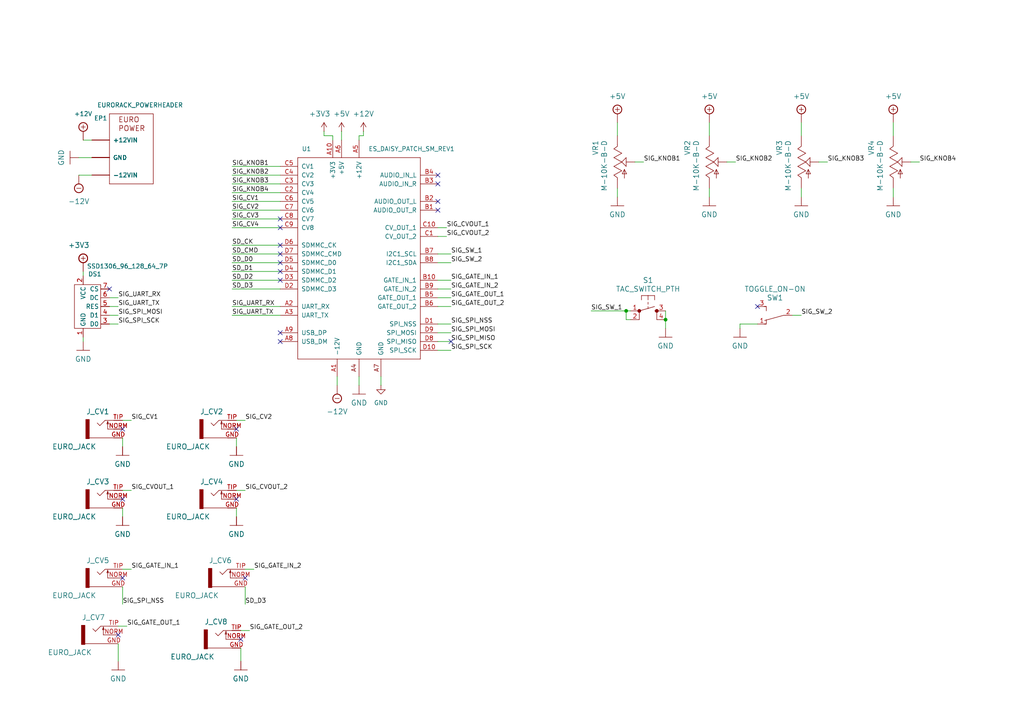
<source format=kicad_sch>
(kicad_sch (version 20231120) (generator "eeschema") (generator_version "8.0")
  (paper "A4")
  (title_block (title "2CQ") (date "2025-01-19") (rev "v01") (comment 1 "https://opensource.org/license/mit") (comment 2 "MIT License") (comment 3 "Author: Michael D. Jones"))
  (lib_symbols
    (symbol "2CQ:SSD1306_96_128_64_7P"
      (property "Reference" "DS" (at -1.016 10.16 0))
      (property "Value" "SSD1306_96_128_64_7P" (at 8.382 2.794 90))
      (symbol "SSD1306_96_128_64_7P_0_1"
        (rectangle (start -2.54 8.89) (end 5.08 -3.81))
      )
      (symbol "SSD1306_96_128_64_7P_1_1"
        (pin power_in line (at 2.54 -6.35 90) (length 2.54) (name "GND") (number "1"))
        (pin power_in line (at 2.54 11.43 270) (length 2.54) (name "VCC") (number "2"))
        (pin input line (at -5.08 -2.54 0) (length 2.54) (name "D0") (number "3"))
        (pin input line (at -5.08 0 0) (length 2.54) (name "D1") (number "4"))
        (pin input line (at -5.08 2.54 0) (length 2.54) (name "RES") (number "5"))
        (pin input line (at -5.08 5.08 0) (length 2.54) (name "DC") (number "6"))
        (pin input line (at -5.08 7.62 0) (length 2.54) (name "CS") (number "7"))
      )
    )
    (symbol "ES_Daisy_Patch_SM_FB_Rev1-eagle-import:+12V" (power) (pin_names (offset 1.016))
      (property "Value" "+12V" (at -2.54 3.175 0))
      (symbol "+12V_1_0"
        (polyline (pts (xy -0.635 1.27) (xy 0.635 1.27)))
        (polyline (pts (xy 0 1.905) (xy 0 0.635)))
        (circle (center 0 1.27) (radius 1.27) (stroke (width 0.254)))
        (pin power_in line (at 0 -2.54 90) (length 2.54) (name "+12V") (number "1"))
      )
    )
    (symbol "ES_Daisy_Patch_SM_FB_Rev1-eagle-import:+3V3" (power) (pin_names (offset 1.016))
      (property "Value" "+3V3" (at -1.905 5.715 0))
      (symbol "+3V3_1_0"
        (polyline (pts (xy -0.635 3.81) (xy 0.635 3.81)))
        (polyline (pts (xy 0 3.175) (xy 0 4.445)))
        (circle (center 0 3.81) (radius 1.27) (stroke (width 0.254)))
        (circle (center 0 3.81) (radius 1.27) (stroke (width 0.254)))
        (pin power_in line (at 0 0 90) (length 2.54) (name "+3V3") (number "1"))
      )
    )
    (symbol "ES_Daisy_Patch_SM_FB_Rev1-eagle-import:+5V" (power) (pin_names (offset 1.016))
      (property "Value" "+5V" (at -1.905 3.175 0))
      (symbol "+5V_1_0"
        (polyline (pts (xy -0.635 1.27) (xy 0.635 1.27)))
        (polyline (pts (xy 0 0.635) (xy 0 1.905)))
        (circle (center 0 1.27) (radius 1.27) (stroke (width 0.254)))
        (pin power_in line (at 0 -2.54 90) (length 2.54) (name "+5V") (number "1"))
      )
    )
    (symbol "ES_Daisy_Patch_SM_FB_Rev1-eagle-import:-12V" (power) (pin_names (offset 1.016))
      (property "Value" "-12V" (at -3.175 -4.699 0))
      (symbol "-12V_1_0"
        (circle (center 0 -1.27) (radius 1.27) (stroke (width 0.254)))
        (polyline (pts (xy -0.635 -1.27) (xy 0.635 -1.27)))
        (pin power_in line (at 0 2.54 270) (length 2.54) (name "-12V") (number "1"))
      )
    )
    (symbol "ES_Daisy_Patch_SM_FB_Rev1-eagle-import:ES_DAISY_PATCH_SM_REV1" (pin_names (offset 1.016))
      (symbol "ES_DAISY_PATCH_SM_REV1_1_0"
        (polyline (pts (xy -17.78 -30.48) (xy 17.78 -30.48)))
        (polyline (pts (xy -17.78 27.94) (xy -17.78 -30.48)))
        (polyline (pts (xy 17.78 -30.48) (xy 17.78 27.94)))
        (polyline (pts (xy 17.78 27.94) (xy -17.78 27.94)))
        (pin power_in line (at -6.35 -35.56 90) (length 5.08) (name "-12V") (number "A1"))
        (pin power_out line (at -7.62 33.02 270) (length 5.08) (name "+3V3") (number "A10"))
        (pin bidirectional line (at -22.86 -15.24 0) (length 5.08) (name "UART_RX") (number "A2"))
        (pin bidirectional line (at -22.86 -17.78 0) (length 5.08) (name "UART_TX") (number "A3"))
        (pin power_in line (at 0 -35.56 90) (length 5.08) (name "GND") (number "A4"))
        (pin power_in line (at 0 33.02 270) (length 5.08) (name "+12V") (number "A5"))
        (pin power_out line (at -5.08 33.02 270) (length 5.08) (name "+5V") (number "A6"))
        (pin power_out line (at 6.35 -35.56 90) (length 5.08) (name "GND") (number "A7"))
        (pin bidirectional line (at -22.86 -25.4 0) (length 5.08) (name "USB_DM") (number "A8"))
        (pin bidirectional line (at -22.86 -22.86 0) (length 5.08) (name "USB_DP") (number "A9"))
        (pin bidirectional line (at 22.86 12.7 180) (length 5.08) (name "AUDIO_OUT_R") (number "B1"))
        (pin bidirectional line (at 22.86 -7.62 180) (length 5.08) (name "GATE_IN_1") (number "B10"))
        (pin bidirectional line (at 22.86 15.24 180) (length 5.08) (name "AUDIO_OUT_L") (number "B2"))
        (pin bidirectional line (at 22.86 20.32 180) (length 5.08) (name "AUDIO_IN_R") (number "B3"))
        (pin bidirectional line (at 22.86 22.86 180) (length 5.08) (name "AUDIO_IN_L") (number "B4"))
        (pin bidirectional line (at 22.86 -12.7 180) (length 5.08) (name "GATE_OUT_1") (number "B5"))
        (pin bidirectional line (at 22.86 -15.24 180) (length 5.08) (name "GATE_OUT_2") (number "B6"))
        (pin bidirectional line (at 22.86 0 180) (length 5.08) (name "I2C1_SCL") (number "B7"))
        (pin bidirectional line (at 22.86 -2.54 180) (length 5.08) (name "I2C1_SDA") (number "B8"))
        (pin bidirectional line (at 22.86 -10.16 180) (length 5.08) (name "GATE_IN_2") (number "B9"))
        (pin bidirectional line (at 22.86 5.08 180) (length 5.08) (name "CV_OUT_2") (number "C1"))
        (pin bidirectional line (at 22.86 7.62 180) (length 5.08) (name "CV_OUT_1") (number "C10"))
        (pin bidirectional line (at -22.86 17.78 0) (length 5.08) (name "CV4") (number "C2"))
        (pin bidirectional line (at -22.86 20.32 0) (length 5.08) (name "CV3") (number "C3"))
        (pin bidirectional line (at -22.86 22.86 0) (length 5.08) (name "CV2") (number "C4"))
        (pin bidirectional line (at -22.86 25.4 0) (length 5.08) (name "CV1") (number "C5"))
        (pin bidirectional line (at -22.86 15.24 0) (length 5.08) (name "CV5") (number "C6"))
        (pin bidirectional line (at -22.86 12.7 0) (length 5.08) (name "CV6") (number "C7"))
        (pin bidirectional line (at -22.86 10.16 0) (length 5.08) (name "CV7") (number "C8"))
        (pin bidirectional line (at -22.86 7.62 0) (length 5.08) (name "CV8") (number "C9"))
        (pin bidirectional line (at 22.86 -20.32 180) (length 5.08) (name "SPI_NSS") (number "D1"))
        (pin bidirectional line (at 22.86 -27.94 180) (length 5.08) (name "SPI_SCK") (number "D10"))
        (pin bidirectional line (at -22.86 -10.16 0) (length 5.08) (name "SDMMC_D3") (number "D2"))
        (pin bidirectional line (at -22.86 -7.62 0) (length 5.08) (name "SDMMC_D2") (number "D3"))
        (pin bidirectional line (at -22.86 -5.08 0) (length 5.08) (name "SDMMC_D1") (number "D4"))
        (pin bidirectional line (at -22.86 -2.54 0) (length 5.08) (name "SDMMC_D0") (number "D5"))
        (pin bidirectional line (at -22.86 2.54 0) (length 5.08) (name "SDMMC_CK") (number "D6"))
        (pin bidirectional line (at -22.86 0 0) (length 5.08) (name "SDMMC_CMD") (number "D7"))
        (pin bidirectional line (at 22.86 -25.4 180) (length 5.08) (name "SPI_MISO") (number "D8"))
        (pin bidirectional line (at 22.86 -22.86 180) (length 5.08) (name "SPI_MOSI") (number "D9"))
      )
      (symbol "ES_DAISY_PATCH_SM_REV1_1_1"
        (text "A4" (at -1.524 -33.02 900) (effects (font (size 1.27 1.27))))
        (text "A7" (at 5.08 -33.02 900) (effects (font (size 1.27 1.27))))
      )
    )
    (symbol "ES_Daisy_Patch_SM_FB_Rev1-eagle-import:EURORACK_POWERHEADER" (pin_names (offset 1.016))
      (symbol "EURORACK_POWERHEADER_1_0"
        (polyline (pts (xy -5.08 -10.16) (xy 7.62 -10.16)))
        (polyline (pts (xy -5.08 10.16) (xy -5.08 -10.16)))
        (polyline (pts (xy 7.62 -10.16) (xy 7.62 10.16)))
        (polyline (pts (xy 7.62 10.16) (xy -5.08 10.16)))
        (text "EURO" (at -2.54 7.62 0) (effects (font (size 1.4986 1.4986)) (justify left bottom)))
        (text "POWER" (at -2.54 5.08 0) (effects (font (size 1.4986 1.4986)) (justify left bottom)))
        (pin power_out line (at -10.16 2.54 0) (length 5.08) (name "+12VIN") (number "+12V0"))
        (pin power_out line (at -10.16 2.54 0) (length 5.08) (name "+12VIN") (number "+12V1"))
        (pin power_out line (at -10.16 -7.62 0) (length 5.08) (name "-12VIN") (number "-12V0"))
        (pin power_out line (at -10.16 -7.62 0) (length 5.08) (name "-12VIN") (number "-12V1"))
        (pin power_out line (at -10.16 -2.54 0) (length 5.08) (name "GND") (number "GND0"))
        (pin power_out line (at -10.16 -2.54 0) (length 5.08) (name "GND") (number "GND1"))
        (pin power_out line (at -10.16 -2.54 0) (length 5.08) (name "GND") (number "GND2"))
        (pin power_out line (at -10.16 -2.54 0) (length 5.08) (name "GND") (number "GND3"))
        (pin power_out line (at -10.16 -2.54 0) (length 5.08) (name "GND") (number "GND4"))
        (pin power_out line (at -10.16 -2.54 0) (length 5.08) (name "GND") (number "GND5"))
      )
    )
    (symbol "ES_Daisy_Patch_SM_FB_Rev1-eagle-import:EURO_JACK" (pin_names (offset 1.016))
      (property "Reference" "J" (at -2.54 4.064 0))
      (property "Value" "EURO_JACK" (at -5.08 -6.35 0))
      (symbol "EURO_JACK_1_0"
        (polyline (pts (xy -2.54 -2.54) (xy 4.572 -2.54)))
        (polyline (pts (xy -2.54 0) (xy -0.762 0)))
        (polyline (pts (xy -2.54 2.54) (xy 0 2.54)))
        (polyline (pts (xy -1.016 1.524) (xy -0.508 1.524)))
        (polyline (pts (xy -0.762 0) (xy -0.762 2.286)))
        (polyline (pts (xy -0.762 2.286) (xy -1.016 1.524)))
        (polyline (pts (xy -0.508 1.524) (xy -0.762 2.286)))
        (polyline (pts (xy 0 2.54) (xy 1.524 1.016)))
        (polyline (pts (xy 1.524 1.016) (xy 2.286 1.778)))
        (rectangle (start 5.588 -2.794) (end 4.572 2.794) (fill (type outline)))
        (pin passive line (at -5.08 -2.54 0) (length 2.54) (name "GND") (number "GND"))
        (pin passive line (at -5.08 0 0) (length 2.54) (name "NORM") (number "NORM"))
        (pin passive line (at -5.08 2.54 0) (length 2.54) (name "TIP") (number "TIP"))
      )
    )
    (symbol "ES_Daisy_Patch_SM_FB_Rev1-eagle-import:GND" (power) (pin_names (offset 1.016))
      (property "Value" "GND" (at -2.54 -2.54 0))
      (symbol "GND_1_0"
        (polyline (pts (xy -1.905 0) (xy 1.905 0)))
        (pin power_in line (at 0 2.54 270) (length 2.54) (name "GND") (number "1"))
      )
    )
    (symbol "ES_Daisy_Patch_SM_FB_Rev1-eagle-import:POT_9MM_SNAP-IN_" (pin_names (offset 1.016))
      (property "Reference" "VR" (at -5.08 -2.54 90))
      (property "Value" "POT_9MM_SNAP-IN_" (at -2.54 -2.54 90))
      (symbol "POT_9MM_SNAP-IN__1_0"
        (polyline (pts (xy -1.016 -3.81) (xy 1.27 -2.54)))
        (polyline (pts (xy -1.016 -1.27) (xy 1.27 0)))
        (polyline (pts (xy -1.016 1.27) (xy 1.27 2.54)))
        (polyline (pts (xy -1.016 3.81) (xy 0 4.572)))
        (polyline (pts (xy 0 -5.08) (xy 0 -4.572)))
        (polyline (pts (xy 0 -4.572) (xy -1.016 -3.81)))
        (polyline (pts (xy 0 4.572) (xy 0 5.08)))
        (polyline (pts (xy 1.27 -2.54) (xy -1.016 -1.27)))
        (polyline (pts (xy 1.27 0) (xy -1.016 1.27)))
        (polyline (pts (xy 1.27 0) (xy 2.54 1.27)))
        (polyline (pts (xy 1.27 2.54) (xy -1.016 3.81)))
        (polyline (pts (xy 1.397 -3.429) (xy 2.032 -2.159)))
        (polyline (pts (xy 2.032 -4.699) (xy 2.032 -2.159)))
        (polyline (pts (xy 2.032 -2.159) (xy 2.667 -3.429)))
        (polyline (pts (xy 2.54 -1.27) (xy 1.27 0)))
        (polyline (pts (xy 2.54 1.27) (xy 2.54 -1.27)))
        (polyline (pts (xy 2.667 -3.429) (xy 1.397 -3.429)))
        (pin passive line (at 0 -7.62 90) (length 2.54) (name "1") (number "1"))
        (pin passive line (at 5.08 0 180) (length 2.54) (name "2") (number "2"))
        (pin passive line (at 0 7.62 270) (length 2.54) (name "3") (number "3"))
      )
    )
    (symbol "ES_Daisy_Patch_SM_FB_Rev1-eagle-import:TAC_SWITCH_PTH" (pin_names (offset 1.016))
      (property "Reference" "S" (at -2.54 6.35 0))
      (property "Value" "TAC_SWITCH_PTH" (at -2.54 -6.35 0))
      (symbol "TAC_SWITCH_PTH_1_0"
        (circle (center -2.54 0) (radius 0.127) (stroke (width 0.4064)))
        (polyline (pts (xy -2.54 -2.54) (xy -2.54 0)))
        (polyline (pts (xy -2.54 0) (xy 1.905 1.27)))
        (polyline (pts (xy -1.905 4.445) (xy -1.905 3.175)))
        (polyline (pts (xy 0 1.27) (xy 0 0.635)))
        (polyline (pts (xy 0 2.54) (xy 0 1.905)))
        (polyline (pts (xy 0 4.445) (xy -1.905 4.445)))
        (polyline (pts (xy 0 4.445) (xy 0 3.175)))
        (polyline (pts (xy 1.905 0) (xy 2.54 0)))
        (polyline (pts (xy 1.905 4.445) (xy 0 4.445)))
        (polyline (pts (xy 1.905 4.445) (xy 1.905 3.175)))
        (polyline (pts (xy 2.54 -2.54) (xy 2.54 0)))
        (circle (center 2.54 0) (radius 0.127) (stroke (width 0.4064)))
        (pin passive line (at -5.08 0 0) (length 2.54) (name "1") (number "1"))
        (pin passive line (at -5.08 -2.54 0) (length 2.54) (name "2") (number "2"))
        (pin passive line (at 5.08 0 180) (length 2.54) (name "3") (number "3"))
        (pin passive line (at 5.08 -2.54 180) (length 2.54) (name "4") (number "4"))
      )
    )
    (symbol "ES_Daisy_Patch_SM_FB_Rev1-eagle-import:TOGGLE_ON-ON" (pin_names (offset 1.016))
      (property "Reference" "SW" (at 5.08 -2.54 90))
      (property "Value" "TOGGLE_ON-ON" (at 7.62 -2.54 90))
      (symbol "TOGGLE_ON-ON_1_0"
        (polyline (pts (xy -2.54 2.54) (xy -2.54 3.175)))
        (polyline (pts (xy -2.54 2.54) (xy -1.27 2.54)))
        (polyline (pts (xy 0 -3.175) (xy 0 -2.54)))
        (polyline (pts (xy 0 -2.54) (xy -1.524 3.048)))
        (polyline (pts (xy 1.27 2.54) (xy 2.54 2.54)))
        (polyline (pts (xy 2.54 2.54) (xy 2.54 3.175)))
        (pin passive line (at -2.54 5.08 270) (length 2.54) (name "O") (number "1"))
        (pin passive line (at 0 -5.08 90) (length 2.54) (name "P") (number "2"))
        (pin passive line (at 2.54 5.08 270) (length 2.54) (name "S") (number "3"))
      )
    )
    (symbol "power:+12V" (power) (pin_numbers hide) (pin_names (offset 0) hide)
      (property "Value" "+12V" (at 0 3.556 0))
      (symbol "+12V_0_1"
        (polyline (pts (xy -0.762 1.27) (xy 0 2.54)))
        (polyline (pts (xy 0 0) (xy 0 2.54)))
        (polyline (pts (xy 0 2.54) (xy 0.762 1.27)))
      )
      (symbol "+12V_1_1"
        (pin power_in line (at 0 0 90) (length 0) (name "~") (number "1"))
      )
    )
    (symbol "power:+3V3" (power) (pin_numbers hide) (pin_names (offset 0) hide)
      (property "Value" "+3V3" (at 0 3.556 0))
      (symbol "+3V3_0_1"
        (polyline (pts (xy -0.762 1.27) (xy 0 2.54)))
        (polyline (pts (xy 0 0) (xy 0 2.54)))
        (polyline (pts (xy 0 2.54) (xy 0.762 1.27)))
      )
      (symbol "+3V3_1_1"
        (pin power_in line (at 0 0 90) (length 0) (name "~") (number "1"))
      )
    )
    (symbol "power:+5V" (power) (pin_numbers hide) (pin_names (offset 0) hide)
      (property "Value" "+5V" (at 0 3.556 0))
      (symbol "+5V_0_1"
        (polyline (pts (xy -0.762 1.27) (xy 0 2.54)))
        (polyline (pts (xy 0 0) (xy 0 2.54)))
        (polyline (pts (xy 0 2.54) (xy 0.762 1.27)))
      )
      (symbol "+5V_1_1"
        (pin power_in line (at 0 0 90) (length 0) (name "~") (number "1"))
      )
    )
    (symbol "power:GND" (power) (pin_numbers hide) (pin_names (offset 0) hide)
      (property "Value" "GND" (at 0 -3.81 0))
      (symbol "GND_0_1"
        (polyline (pts (xy 0 0) (xy 0 -1.27) (xy 1.27 -1.27) (xy 0 -2.54) (xy -1.27 -1.27) (xy 0 -1.27)))
      )
      (symbol "GND_1_1"
        (pin power_in line (at 0 0 270) (length 0) (name "~") (number "1"))
      )
    )
  )
  (junction (at 181.61 90.17))
  (junction (at 193.04 92.71))
  (no_connect (at 81.28 96.52))
  (no_connect (at 81.28 81.28))
  (no_connect (at 35.56 124.46))
  (no_connect (at 81.28 73.66))
  (no_connect (at 81.28 71.12))
  (no_connect (at 34.29 184.15))
  (no_connect (at 127 53.34))
  (no_connect (at 81.28 99.06))
  (no_connect (at 127 60.96))
  (no_connect (at 71.12 167.64))
  (no_connect (at 127 50.8))
  (no_connect (at 35.56 167.64))
  (no_connect (at 35.56 144.78))
  (no_connect (at 69.85 185.42))
  (no_connect (at 31.75 83.82))
  (no_connect (at 68.58 124.46))
  (no_connect (at 130.81 99.06))
  (no_connect (at 81.28 63.5))
  (no_connect (at 68.58 144.78))
  (no_connect (at 127 58.42))
  (no_connect (at 81.28 76.2))
  (no_connect (at 81.28 66.04))
  (no_connect (at 219.71 88.9))
  (no_connect (at 81.28 78.74))
  (wire (pts (xy 181.61 90.17) (xy 181.61 92.71)))
  (wire (pts (xy 127 68.58) (xy 129.54 68.58)))
  (wire (pts (xy 31.75 91.44) (xy 34.29 91.44)))
  (wire (pts (xy 34.29 181.61) (xy 36.83 181.61)))
  (wire (pts (xy 67.31 71.12) (xy 81.28 71.12)))
  (wire (pts (xy 127 86.36) (xy 130.81 86.36)))
  (wire (pts (xy 67.31 50.8) (xy 81.28 50.8)))
  (wire (pts (xy 68.58 121.92) (xy 71.12 121.92)))
  (wire (pts (xy 127 83.82) (xy 130.81 83.82)))
  (wire (pts (xy 97.79 109.22) (xy 97.79 111.76)))
  (wire (pts (xy 69.85 182.88) (xy 72.39 182.88)))
  (wire (pts (xy 171.45 90.17) (xy 181.61 90.17)))
  (wire (pts (xy 35.56 121.92) (xy 38.1 121.92)))
  (wire (pts (xy 67.31 53.34) (xy 81.28 53.34)))
  (wire (pts (xy 104.14 109.22) (xy 104.14 111.76)))
  (wire (pts (xy 182.88 92.71) (xy 181.61 92.71)))
  (wire (pts (xy 67.31 73.66) (xy 81.28 73.66)))
  (wire (pts (xy 210.82 46.99) (xy 213.36 46.99)))
  (wire (pts (xy 35.56 147.32) (xy 35.56 149.86)))
  (wire (pts (xy 259.08 35.56) (xy 259.08 39.37)))
  (wire (pts (xy 67.31 78.74) (xy 81.28 78.74)))
  (wire (pts (xy 71.12 170.18) (xy 71.12 175.26)))
  (wire (pts (xy 127 81.28) (xy 130.81 81.28)))
  (wire (pts (xy 68.58 142.24) (xy 71.12 142.24)))
  (wire (pts (xy 205.74 54.61) (xy 205.74 57.15)))
  (wire (pts (xy 69.85 187.96) (xy 69.85 191.77)))
  (wire (pts (xy 68.58 127) (xy 68.58 129.54)))
  (wire (pts (xy 127 88.9) (xy 130.81 88.9)))
  (wire (pts (xy 35.56 142.24) (xy 38.1 142.24)))
  (wire (pts (xy 127 76.2) (xy 130.81 76.2)))
  (wire (pts (xy 31.75 93.98) (xy 34.29 93.98)))
  (wire (pts (xy 214.63 93.98) (xy 214.63 95.25)))
  (wire (pts (xy 229.87 91.44) (xy 232.41 91.44)))
  (wire (pts (xy 193.04 90.17) (xy 193.04 92.71)))
  (wire (pts (xy 24.13 40.64) (xy 26.67 40.64)))
  (wire (pts (xy 127 66.04) (xy 129.54 66.04)))
  (wire (pts (xy 93.98 38.1) (xy 93.98 39.37)))
  (wire (pts (xy 22.86 50.8) (xy 26.67 50.8)))
  (wire (pts (xy 68.58 147.32) (xy 68.58 149.86)))
  (wire (pts (xy 179.07 35.56) (xy 179.07 39.37)))
  (wire (pts (xy 237.49 46.99) (xy 240.03 46.99)))
  (wire (pts (xy 34.29 186.69) (xy 34.29 191.77)))
  (wire (pts (xy 67.31 88.9) (xy 81.28 88.9)))
  (wire (pts (xy 24.13 78.74) (xy 24.13 80.01)))
  (wire (pts (xy 99.06 38.1) (xy 99.06 40.64)))
  (wire (pts (xy 35.56 127) (xy 35.56 129.54)))
  (wire (pts (xy 232.41 54.61) (xy 232.41 57.15)))
  (wire (pts (xy 127 93.98) (xy 130.81 93.98)))
  (wire (pts (xy 96.52 39.37) (xy 96.52 40.64)))
  (wire (pts (xy 104.14 39.37) (xy 104.14 40.64)))
  (wire (pts (xy 105.41 38.1) (xy 105.41 39.37)))
  (wire (pts (xy 35.56 165.1) (xy 38.1 165.1)))
  (wire (pts (xy 127 101.6) (xy 130.81 101.6)))
  (wire (pts (xy 67.31 58.42) (xy 81.28 58.42)))
  (wire (pts (xy 205.74 35.56) (xy 205.74 39.37)))
  (wire (pts (xy 179.07 54.61) (xy 179.07 57.15)))
  (wire (pts (xy 259.08 54.61) (xy 259.08 57.15)))
  (wire (pts (xy 22.86 45.72) (xy 26.67 45.72)))
  (wire (pts (xy 67.31 60.96) (xy 81.28 60.96)))
  (wire (pts (xy 232.41 35.56) (xy 232.41 39.37)))
  (wire (pts (xy 67.31 55.88) (xy 81.28 55.88)))
  (wire (pts (xy 184.15 46.99) (xy 186.69 46.99)))
  (wire (pts (xy 67.31 83.82) (xy 81.28 83.82)))
  (wire (pts (xy 31.75 86.36) (xy 34.29 86.36)))
  (wire (pts (xy 110.49 109.22) (xy 110.49 111.76)))
  (wire (pts (xy 127 73.66) (xy 130.81 73.66)))
  (wire (pts (xy 193.04 92.71) (xy 193.04 95.25)))
  (wire (pts (xy 127 96.52) (xy 130.81 96.52)))
  (wire (pts (xy 67.31 63.5) (xy 81.28 63.5)))
  (wire (pts (xy 35.56 170.18) (xy 35.56 175.26)))
  (wire (pts (xy 219.71 93.98) (xy 214.63 93.98)))
  (wire (pts (xy 67.31 81.28) (xy 81.28 81.28)))
  (wire (pts (xy 24.13 97.79) (xy 24.13 99.06)))
  (wire (pts (xy 71.12 165.1) (xy 73.66 165.1)))
  (wire (pts (xy 31.75 88.9) (xy 34.29 88.9)))
  (wire (pts (xy 181.61 90.17) (xy 182.88 90.17)))
  (wire (pts (xy 67.31 76.2) (xy 81.28 76.2)))
  (wire (pts (xy 105.41 39.37) (xy 104.14 39.37)))
  (wire (pts (xy 264.16 46.99) (xy 266.7 46.99)))
  (wire (pts (xy 93.98 39.37) (xy 96.52 39.37)))
  (wire (pts (xy 67.31 66.04) (xy 81.28 66.04)))
  (wire (pts (xy 67.31 48.26) (xy 81.28 48.26)))
  (wire (pts (xy 67.31 91.44) (xy 81.28 91.44)))
  (wire (pts (xy 127 99.06) (xy 130.81 99.06)))
  (label "SIG_UART_TX" (at 34.29 88.9 0))
  (label "SIG_UART_RX" (at 34.29 86.36 0))
  (label "SIG_GATE_IN_1" (at 38.1 165.1 0))
  (label "SIG_UART_RX" (at 67.31 88.9 0))
  (label "SIG_CVOUT_1" (at 38.1 142.24 0))
  (label "SIG_KNOB2" (at 67.31 50.8 0))
  (label "SIG_GATE_OUT_2" (at 72.39 182.88 0))
  (label "SIG_SPI_MOSI" (at 130.81 96.52 0))
  (label "SIG_CVOUT_2" (at 129.54 68.58 0))
  (label "SIG_GATE_OUT_2" (at 130.81 88.9 0))
  (label "SIG_GATE_IN_2" (at 130.81 83.82 0))
  (label "SIG_SPI_MISO" (at 130.81 99.06 0))
  (label "SIG_SW_1" (at 171.45 90.17 0))
  (label "SIG_KNOB3" (at 240.03 46.99 0))
  (label "SD_D0" (at 67.31 76.2 0))
  (label "SIG_KNOB4" (at 266.7 46.99 0))
  (label "SIG_KNOB4" (at 67.31 55.88 0))
  (label "SD_D3" (at 71.12 175.26 0))
  (label "SIG_SPI_NSS" (at 130.81 93.98 0))
  (label "SIG_SPI_SCK" (at 130.81 101.6 0))
  (label "SD_D2" (at 67.31 81.28 0))
  (label "SIG_SW_1" (at 130.81 73.66 0))
  (label "SIG_GATE_IN_1" (at 130.81 81.28 0))
  (label "SIG_CV3" (at 67.31 63.5 0))
  (label "SIG_KNOB3" (at 67.31 53.34 0))
  (label "SIG_CV2" (at 71.12 121.92 0))
  (label "SIG_CVOUT_2" (at 71.12 142.24 0))
  (label "SIG_CVOUT_1" (at 129.54 66.04 0))
  (label "SIG_CV1" (at 38.1 121.92 0))
  (label "SIG_SW_2" (at 130.81 76.2 0))
  (label "SIG_GATE_IN_2" (at 73.66 165.1 0))
  (label "SIG_SPI_NSS" (at 35.56 175.26 0))
  (label "SIG_KNOB1" (at 67.31 48.26 0))
  (label "SIG_CV1" (at 67.31 58.42 0))
  (label "SIG_SPI_MOSI" (at 34.29 91.44 0))
  (label "SIG_GATE_OUT_1" (at 36.83 181.61 0))
  (label "SD_CMD" (at 67.31 73.66 0))
  (label "SD_D3" (at 67.31 83.82 0))
  (label "SIG_CV2" (at 67.31 60.96 0))
  (label "SIG_SPI_SCK" (at 34.29 93.98 0))
  (label "SIG_SW_2" (at 232.41 91.44 0))
  (label "SIG_UART_TX" (at 67.31 91.44 0))
  (label "SIG_CV4" (at 67.31 66.04 0))
  (label "SD_CK" (at 67.31 71.12 0))
  (label "SIG_KNOB1" (at 186.69 46.99 0))
  (label "SD_D1" (at 67.31 78.74 0))
  (label "SIG_KNOB2" (at 213.36 46.99 0))
  (label "SIG_GATE_OUT_1" (at 130.81 86.36 0))
  (symbol (lib_id "ES_Daisy_Patch_SM_FB_Rev1-eagle-import:-12V") (at 97.79 114.3 0) (unit 1)
    (property "Reference" "#SUPPLY09" (effects (hide yes)))
    (property "Value" "-12V" (at 97.79 119.38 0) (effects (font (size 1.4986 1.4986))))
  )
  (symbol (lib_id "ES_Daisy_Patch_SM_FB_Rev1-eagle-import:+12V") (at 24.13 38.1 0) (unit 1)
    (property "Reference" "#PWR01" (effects (hide yes)))
    (property "Value" "+12V" (at 24.13 33.02 0))
    (property "Description" "Power symbol creates a global label with name \"+12V\"" (effects (hide yes)))
  )
  (symbol (lib_id "ES_Daisy_Patch_SM_FB_Rev1-eagle-import:GND") (at 34.29 194.31 0) (unit 1)
    (property "Reference" "#GND013" (effects (hide yes)))
    (property "Value" "GND" (at 34.29 196.85 0) (effects (font (size 1.4986 1.4986))))
  )
  (symbol (lib_id "ES_Daisy_Patch_SM_FB_Rev1-eagle-import:GND") (at 214.63 97.79 0) (unit 1)
    (property "Reference" "#GND08" (effects (hide yes)))
    (property "Value" "GND" (at 214.63 100.33 0) (effects (font (size 1.4986 1.4986))))
  )
  (symbol (lib_id "ES_Daisy_Patch_SM_FB_Rev1-eagle-import:GND") (at 193.04 97.79 0) (unit 1)
    (property "Reference" "#GND07" (effects (hide yes)))
    (property "Value" "GND" (at 193.04 100.33 0) (effects (font (size 1.4986 1.4986))))
  )
  (symbol (lib_id "ES_Daisy_Patch_SM_FB_Rev1-eagle-import:-12V") (at 22.86 53.34 0) (unit 1)
    (property "Reference" "#SUPPLY011" (effects (hide yes)))
    (property "Value" "-12V" (at 22.86 58.42 0) (effects (font (size 1.4986 1.4986))))
  )
  (symbol (lib_id "ES_Daisy_Patch_SM_FB_Rev1-eagle-import:POT_9MM_SNAP-IN_") (at 232.41 46.99 0) (unit 1)
    (property "Reference" "VR3" (at 226.06 40.64 90) (effects (font (size 1.4986 1.4986)) (justify right)))
    (property "Value" "M-10K-B-D" (at 228.6 40.64 90) (effects (font (size 1.4986 1.4986)) (justify right)))
    (property "Footprint" "ES_Daisy_Patch_SM_FB_Rev1:9MM_SNAP-IN_POT_SILK" (effects (hide yes)))
  )
  (symbol (lib_id "ES_Daisy_Patch_SM_FB_Rev1-eagle-import:EURORACK_POWERHEADER") (at 36.83 43.18 0) (unit 1)
    (property "Reference" "EP1" (at 29.21 34.29 0))
    (property "Value" "EURORACK_POWERHEADER" (at 40.64 30.48 0))
    (property "Footprint" "ES_Daisy_Patch_SM_FB_Rev1:EURORACK_POWER_SHROUD_LOCK" (effects (hide yes)))
  )
  (symbol (lib_id "ES_Daisy_Patch_SM_FB_Rev1-eagle-import:EURO_JACK") (at 66.04 167.64 0) (mirror y) (unit 1)
    (property "Reference" "J_CV6" (at 67.31 162.56 0) (effects (font (size 1.4986 1.4986)) (justify left)))
    (property "Value" "EURO_JACK" (at 63.5 172.72 0) (effects (font (size 1.4986 1.4986)) (justify left)))
    (property "Footprint" "ES_Daisy_Patch_SM_FB_Rev1:S_JACK" (effects (hide yes)))
  )
  (symbol (lib_id "ES_Daisy_Patch_SM_FB_Rev1-eagle-import:POT_9MM_SNAP-IN_") (at 205.74 46.99 0) (unit 1)
    (property "Reference" "VR2" (at 199.39 40.64 90) (effects (font (size 1.4986 1.4986)) (justify right)))
    (property "Value" "M-10K-B-D" (at 201.93 40.64 90) (effects (font (size 1.4986 1.4986)) (justify right)))
    (property "Footprint" "ES_Daisy_Patch_SM_FB_Rev1:9MM_SNAP-IN_POT_SILK" (effects (hide yes)))
  )
  (symbol (lib_id "ES_Daisy_Patch_SM_FB_Rev1-eagle-import:EURO_JACK") (at 63.5 124.46 0) (mirror y) (unit 1)
    (property "Reference" "J_CV2" (at 64.77 119.38 0) (effects (font (size 1.4986 1.4986)) (justify left)))
    (property "Value" "EURO_JACK" (at 60.96 129.54 0) (effects (font (size 1.4986 1.4986)) (justify left)))
    (property "Footprint" "ES_Daisy_Patch_SM_FB_Rev1:S_JACK" (effects (hide yes)))
  )
  (symbol (lib_id "ES_Daisy_Patch_SM_FB_Rev1-eagle-import:TOGGLE_ON-ON") (at 224.79 91.44 90) (unit 1)
    (property "Reference" "SW1" (at 224.79 86.36 90) (effects (font (size 1.4986 1.4986))))
    (property "Value" "TOGGLE_ON-ON" (at 224.79 83.82 90) (effects (font (size 1.4986 1.4986))))
    (property "Footprint" "ES_Daisy_Patch_SM_FB_Rev1:TOGGLE_ON-ON" (effects (hide yes)))
  )
  (symbol (lib_id "ES_Daisy_Patch_SM_FB_Rev1-eagle-import:EURO_JACK") (at 30.48 124.46 0) (mirror y) (unit 1)
    (property "Reference" "J_CV1" (at 31.75 119.38 0) (effects (font (size 1.4986 1.4986)) (justify left)))
    (property "Value" "EURO_JACK" (at 27.94 129.54 0) (effects (font (size 1.4986 1.4986)) (justify left)))
    (property "Footprint" "ES_Daisy_Patch_SM_FB_Rev1:S_JACK" (effects (hide yes)))
  )
  (symbol (lib_id "ES_Daisy_Patch_SM_FB_Rev1-eagle-import:+5V") (at 259.08 33.02 0) (unit 1)
    (property "Reference" "#SUPPLY07" (effects (hide yes)))
    (property "Value" "+5V" (at 259.08 27.94 0) (effects (font (size 1.4986 1.4986))))
  )
  (symbol (lib_id "power:+12V") (at 105.41 38.1 0) (unit 1)
    (property "Reference" "#SUPPLY03" (effects (hide yes)))
    (property "Value" "+12V" (at 105.41 33.02 0) (effects (font (size 1.4986 1.4986))))
    (property "Description" "Power symbol creates a global label with name \"+12V\"" (effects (hide yes)))
  )
  (symbol (lib_id "ES_Daisy_Patch_SM_FB_Rev1-eagle-import:POT_9MM_SNAP-IN_") (at 259.08 46.99 0) (unit 1)
    (property "Reference" "VR4" (at 252.73 40.64 90) (effects (font (size 1.4986 1.4986)) (justify right)))
    (property "Value" "M-10K-B-D" (at 255.27 40.64 90) (effects (font (size 1.4986 1.4986)) (justify right)))
    (property "Footprint" "ES_Daisy_Patch_SM_FB_Rev1:9MM_SNAP-IN_POT_SILK" (effects (hide yes)))
  )
  (symbol (lib_id "ES_Daisy_Patch_SM_FB_Rev1-eagle-import:POT_9MM_SNAP-IN_") (at 179.07 46.99 0) (unit 1)
    (property "Reference" "VR1" (at 172.72 40.64 90) (effects (font (size 1.4986 1.4986)) (justify right)))
    (property "Value" "M-10K-B-D" (at 175.26 40.64 90) (effects (font (size 1.4986 1.4986)) (justify right)))
    (property "Footprint" "ES_Daisy_Patch_SM_FB_Rev1:9MM_SNAP-IN_POT_SILK" (effects (hide yes)))
  )
  (symbol (lib_id "ES_Daisy_Patch_SM_FB_Rev1-eagle-import:GND") (at 35.56 152.4 0) (unit 1)
    (property "Reference" "#GND011" (effects (hide yes)))
    (property "Value" "GND" (at 35.56 154.94 0) (effects (font (size 1.4986 1.4986))))
  )
  (symbol (lib_id "ES_Daisy_Patch_SM_FB_Rev1-eagle-import:GND") (at 68.58 152.4 0) (unit 1)
    (property "Reference" "#GND012" (effects (hide yes)))
    (property "Value" "GND" (at 68.58 154.94 0) (effects (font (size 1.4986 1.4986))))
  )
  (symbol (lib_id "ES_Daisy_Patch_SM_FB_Rev1-eagle-import:GND") (at 35.56 132.08 0) (unit 1)
    (property "Reference" "#GND09" (effects (hide yes)))
    (property "Value" "GND" (at 35.56 134.62 0) (effects (font (size 1.4986 1.4986))))
  )
  (symbol (lib_id "power:+5V") (at 99.06 38.1 0) (unit 1)
    (property "Reference" "#SUPPLY01" (effects (hide yes)))
    (property "Value" "+5V" (at 99.06 33.02 0) (effects (font (size 1.4986 1.4986))))
    (property "Description" "Power symbol creates a global label with name \"+5V\"" (effects (hide yes)))
  )
  (symbol (lib_id "ES_Daisy_Patch_SM_FB_Rev1-eagle-import:GND") (at 69.85 194.31 0) (unit 1)
    (property "Reference" "#GND014" (effects (hide yes)))
    (property "Value" "GND" (at 69.85 196.85 0) (effects (font (size 1.4986 1.4986))))
  )
  (symbol (lib_id "ES_Daisy_Patch_SM_FB_Rev1-eagle-import:ES_DAISY_PATCH_SM_REV1") (at 104.14 73.66 0) (unit 1)
    (property "Reference" "U1" (at 88.9 43.18 0))
    (property "Value" "ES_DAISY_PATCH_SM_REV1" (at 119.38 43.18 0))
    (property "Footprint" "ES_Daisy_Patch_SM_FB_Rev1:ES_DAISY_PATCH_SM_REV1" (effects (hide yes)))
  )
  (symbol (lib_id "power:+3V3") (at 93.98 38.1 0) (unit 1)
    (property "Reference" "#SUPPLY02" (effects (hide yes)))
    (property "Value" "+3V3" (at 92.71 33.02 0) (effects (font (size 1.4986 1.4986))))
    (property "Description" "Power symbol creates a global label with name \"+3V3\"" (effects (hide yes)))
  )
  (symbol (lib_id "ES_Daisy_Patch_SM_FB_Rev1-eagle-import:EURO_JACK") (at 30.48 144.78 0) (mirror y) (unit 1)
    (property "Reference" "J_CV3" (at 31.75 139.7 0) (effects (font (size 1.4986 1.4986)) (justify left)))
    (property "Value" "EURO_JACK" (at 27.94 149.86 0) (effects (font (size 1.4986 1.4986)) (justify left)))
    (property "Footprint" "ES_Daisy_Patch_SM_FB_Rev1:S_JACK" (effects (hide yes)))
  )
  (symbol (lib_id "ES_Daisy_Patch_SM_FB_Rev1-eagle-import:EURO_JACK") (at 63.5 144.78 0) (mirror y) (unit 1)
    (property "Reference" "J_CV4" (at 64.77 139.7 0) (effects (font (size 1.4986 1.4986)) (justify left)))
    (property "Value" "EURO_JACK" (at 60.96 149.86 0) (effects (font (size 1.4986 1.4986)) (justify left)))
    (property "Footprint" "ES_Daisy_Patch_SM_FB_Rev1:S_JACK" (effects (hide yes)))
  )
  (symbol (lib_id "ES_Daisy_Patch_SM_FB_Rev1-eagle-import:GND") (at 20.32 45.72 270) (unit 1)
    (property "Reference" "#GND015" (effects (hide yes)))
    (property "Value" "GND" (at 17.78 45.72 0) (effects (font (size 1.4986 1.4986))))
  )
  (symbol (lib_id "ES_Daisy_Patch_SM_FB_Rev1-eagle-import:+5V") (at 232.41 33.02 0) (unit 1)
    (property "Reference" "#SUPPLY06" (effects (hide yes)))
    (property "Value" "+5V" (at 232.41 27.94 0) (effects (font (size 1.4986 1.4986))))
  )
  (symbol (lib_id "ES_Daisy_Patch_SM_FB_Rev1-eagle-import:GND") (at 68.58 132.08 0) (unit 1)
    (property "Reference" "#GND010" (effects (hide yes)))
    (property "Value" "GND" (at 68.58 134.62 0) (effects (font (size 1.4986 1.4986))))
  )
  (symbol (lib_id "ES_Daisy_Patch_SM_FB_Rev1-eagle-import:+5V") (at 205.74 33.02 0) (unit 1)
    (property "Reference" "#SUPPLY05" (effects (hide yes)))
    (property "Value" "+5V" (at 205.74 27.94 0) (effects (font (size 1.4986 1.4986))))
  )
  (symbol (lib_id "ES_Daisy_Patch_SM_FB_Rev1-eagle-import:GND") (at 179.07 59.69 0) (unit 1)
    (property "Reference" "#GND02" (effects (hide yes)))
    (property "Value" "GND" (at 179.07 62.23 0) (effects (font (size 1.4986 1.4986))))
  )
  (symbol (lib_id "2CQ:SSD1306_96_128_64_7P") (at 26.67 91.44 0) (mirror y) (unit 1)
    (property "Reference" "DS1" (at 29.464 79.502 0) (effects (justify left)))
    (property "Value" "SSD1306_96_128_64_7P" (at 48.768 77.216 0) (effects (justify left)))
    (property "Footprint" "2CQ:128x64_0.96_Disp_Module" (effects (hide yes)))
  )
  (symbol (lib_id "ES_Daisy_Patch_SM_FB_Rev1-eagle-import:GND") (at 232.41 59.69 0) (unit 1)
    (property "Reference" "#GND04" (effects (hide yes)))
    (property "Value" "GND" (at 232.41 62.23 0) (effects (font (size 1.4986 1.4986))))
  )
  (symbol (lib_id "ES_Daisy_Patch_SM_FB_Rev1-eagle-import:EURO_JACK") (at 64.77 185.42 0) (mirror y) (unit 1)
    (property "Reference" "J_CV8" (at 66.04 180.34 0) (effects (font (size 1.4986 1.4986)) (justify left)))
    (property "Value" "EURO_JACK" (at 62.23 190.5 0) (effects (font (size 1.4986 1.4986)) (justify left)))
    (property "Footprint" "ES_Daisy_Patch_SM_FB_Rev1:S_JACK" (effects (hide yes)))
  )
  (symbol (lib_id "power:GND") (at 110.49 111.76 0) (unit 1)
    (property "Reference" "#PWR02" (effects (hide yes)))
    (property "Value" "GND" (at 110.49 116.84 0))
    (property "Description" "Power symbol creates a global label with name \"GND\" , ground" (effects (hide yes)))
  )
  (symbol (lib_id "ES_Daisy_Patch_SM_FB_Rev1-eagle-import:EURO_JACK") (at 30.48 167.64 0) (mirror y) (unit 1)
    (property "Reference" "J_CV5" (at 31.75 162.56 0) (effects (font (size 1.4986 1.4986)) (justify left)))
    (property "Value" "EURO_JACK" (at 27.94 172.72 0) (effects (font (size 1.4986 1.4986)) (justify left)))
    (property "Footprint" "ES_Daisy_Patch_SM_FB_Rev1:S_JACK" (effects (hide yes)))
  )
  (symbol (lib_id "ES_Daisy_Patch_SM_FB_Rev1-eagle-import:GND") (at 205.74 59.69 0) (unit 1)
    (property "Reference" "#GND03" (effects (hide yes)))
    (property "Value" "GND" (at 205.74 62.23 0) (effects (font (size 1.4986 1.4986))))
  )
  (symbol (lib_id "ES_Daisy_Patch_SM_FB_Rev1-eagle-import:+3V3") (at 24.13 78.74 0) (unit 1)
    (property "Reference" "#SUPPLY08" (effects (hide yes)))
    (property "Value" "+3V3" (at 22.86 71.12 0) (effects (font (size 1.4986 1.4986))))
  )
  (symbol (lib_id "ES_Daisy_Patch_SM_FB_Rev1-eagle-import:EURO_JACK") (at 29.21 184.15 0) (mirror y) (unit 1)
    (property "Reference" "J_CV7" (at 30.48 179.07 0) (effects (font (size 1.4986 1.4986)) (justify left)))
    (property "Value" "EURO_JACK" (at 26.67 189.23 0) (effects (font (size 1.4986 1.4986)) (justify left)))
    (property "Footprint" "ES_Daisy_Patch_SM_FB_Rev1:S_JACK" (effects (hide yes)))
  )
  (symbol (lib_id "ES_Daisy_Patch_SM_FB_Rev1-eagle-import:GND") (at 24.13 101.6 0) (unit 1)
    (property "Reference" "#GND06" (effects (hide yes)))
    (property "Value" "GND" (at 24.13 104.14 0) (effects (font (size 1.4986 1.4986))))
  )
  (symbol (lib_id "ES_Daisy_Patch_SM_FB_Rev1-eagle-import:+5V") (at 179.07 33.02 0) (unit 1)
    (property "Reference" "#SUPPLY04" (effects (hide yes)))
    (property "Value" "+5V" (at 179.07 27.94 0) (effects (font (size 1.4986 1.4986))))
  )
  (symbol (lib_id "ES_Daisy_Patch_SM_FB_Rev1-eagle-import:GND") (at 104.14 114.3 0) (unit 1)
    (property "Reference" "#GND01" (effects (hide yes)))
    (property "Value" "GND" (at 104.14 116.84 0) (effects (font (size 1.4986 1.4986))))
  )
  (symbol (lib_id "ES_Daisy_Patch_SM_FB_Rev1-eagle-import:TAC_SWITCH_PTH") (at 187.96 90.17 0) (unit 1)
    (property "Reference" "S1" (at 187.96 81.28 0) (effects (font (size 1.4986 1.4986))))
    (property "Value" "TAC_SWITCH_PTH" (at 187.96 83.82 0) (effects (font (size 1.4986 1.4986))))
    (property "Footprint" "ES_Daisy_Patch_SM_FB_Rev1:TL1105SPF250Q_SILK" (effects (hide yes)))
  )
  (symbol (lib_id "ES_Daisy_Patch_SM_FB_Rev1-eagle-import:GND") (at 259.08 59.69 0) (unit 1)
    (property "Reference" "#GND05" (effects (hide yes)))
    (property "Value" "GND" (at 259.08 62.23 0) (effects (font (size 1.4986 1.4986))))
  )
)
</source>
